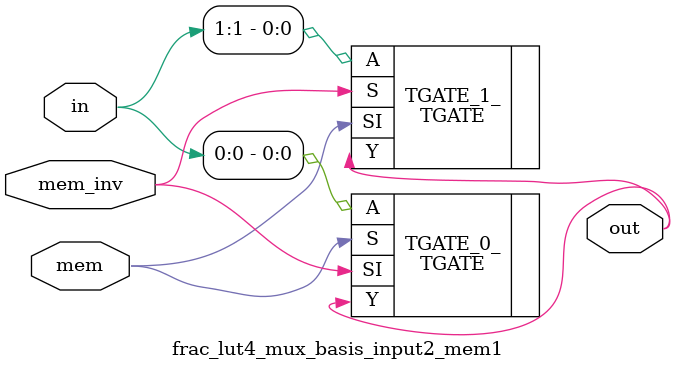
<source format=v>
`timescale 1ns / 1ps

`default_nettype wire

// ----- Verilog module for mux_tree_tapbuf_basis_input2_mem1 -----
module mux_tree_tapbuf_basis_input2_mem1(in,
                                         mem,
                                         mem_inv,
                                         out);
//----- INPUT PORTS -----
input [0:1] in;
//----- INPUT PORTS -----
input [0:0] mem;
//----- INPUT PORTS -----
input [0:0] mem_inv;
//----- OUTPUT PORTS -----
output [0:0] out;

//----- BEGIN Registered ports -----
//----- END Registered ports -----



// ----- BEGIN Local short connections -----
// ----- END Local short connections -----
// ----- BEGIN Local output short connections -----
// ----- END Local output short connections -----

	TGATE TGATE_0_ (
		.A(in[0]),
		.S(mem),
		.SI(mem_inv),
		.Y(out));

	TGATE TGATE_1_ (
		.A(in[1]),
		.S(mem_inv),
		.SI(mem),
		.Y(out));

endmodule
// ----- END Verilog module for mux_tree_tapbuf_basis_input2_mem1 -----

//----- Default net type -----
`default_nettype none




//----- Default net type -----
`default_nettype wire

// ----- Verilog module for mux_tree_basis_input2_mem1 -----
module mux_tree_basis_input2_mem1(in,
                                  mem,
                                  mem_inv,
                                  out);
//----- INPUT PORTS -----
input [0:1] in;
//----- INPUT PORTS -----
input [0:0] mem;
//----- INPUT PORTS -----
input [0:0] mem_inv;
//----- OUTPUT PORTS -----
output [0:0] out;

//----- BEGIN Registered ports -----
//----- END Registered ports -----



// ----- BEGIN Local short connections -----
// ----- END Local short connections -----
// ----- BEGIN Local output short connections -----
// ----- END Local output short connections -----

	TGATE TGATE_0_ (
		.A(in[0]),
		.S(mem),
		.SI(mem_inv),
		.Y(out));

	TGATE TGATE_1_ (
		.A(in[1]),
		.S(mem_inv),
		.SI(mem),
		.Y(out));

endmodule
// ----- END Verilog module for mux_tree_basis_input2_mem1 -----

//----- Default net type -----
`default_nettype none




//----- Default net type -----
`default_nettype wire

// ----- Verilog module for frac_lut4_mux_basis_input2_mem1 -----
module frac_lut4_mux_basis_input2_mem1(in,
                                       mem,
                                       mem_inv,
                                       out);
//----- INPUT PORTS -----
input [0:1] in;
//----- INPUT PORTS -----
input [0:0] mem;
//----- INPUT PORTS -----
input [0:0] mem_inv;
//----- OUTPUT PORTS -----
output [0:0] out;

//----- BEGIN Registered ports -----
//----- END Registered ports -----



// ----- BEGIN Local short connections -----
// ----- END Local short connections -----
// ----- BEGIN Local output short connections -----
// ----- END Local output short connections -----

	TGATE TGATE_0_ (
		.A(in[0]),
		.S(mem),
		.SI(mem_inv),
		.Y(out));

	TGATE TGATE_1_ (
		.A(in[1]),
		.S(mem_inv),
		.SI(mem),
		.Y(out));

endmodule
// ----- END Verilog module for frac_lut4_mux_basis_input2_mem1 -----

//----- Default net type -----
`default_nettype none





</source>
